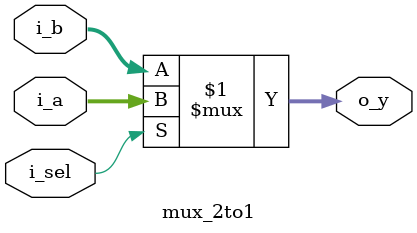
<source format=v>

module mux_2to1 #(
    parameter WIDTH = 4
)(
    input  wire [WIDTH-1:0] i_a,
    input  wire [WIDTH-1:0] i_b,
    input  wire             i_sel,
    output wire [WIDTH-1:0] o_y
);

    // Conditional operator: sel=1 → a, sel=0 → b
    assign o_y = i_sel ? i_a : i_b;

endmodule

</source>
